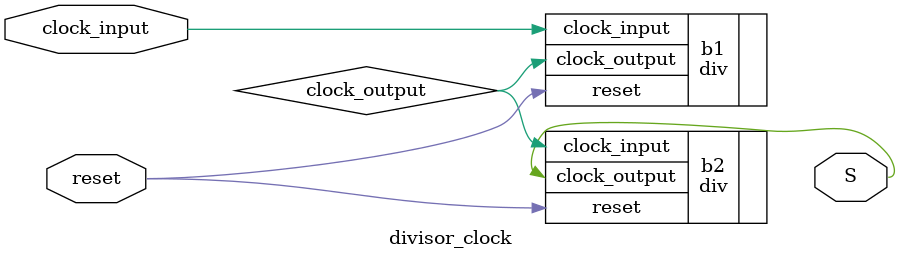
<source format=sv>
module divisor_clock (input clock_input, reset, output logic S);

logic clock_output; 

div b1(.reset(reset), .clock_input(clock_input), .clock_output(clock_output));
div b2(.reset(reset), .clock_input(clock_output), .clock_output(S));



endmodule 

</source>
